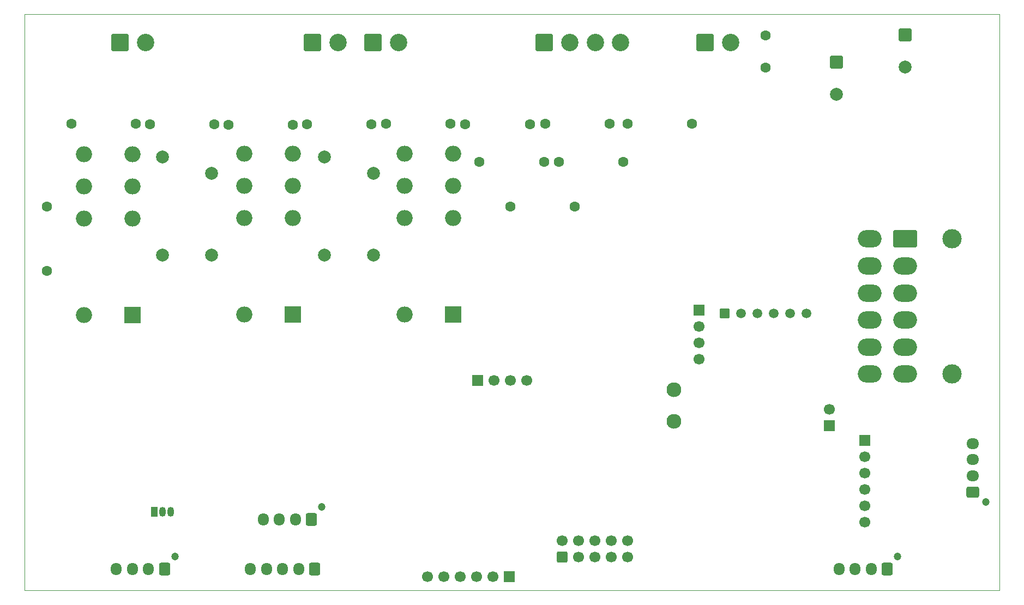
<source format=gbr>
%TF.GenerationSoftware,KiCad,Pcbnew,9.0.2*%
%TF.CreationDate,2025-10-22T08:39:05+07:00*%
%TF.ProjectId,MassageChair_HW_01_update,4d617373-6167-4654-9368-6169725f4857,rev?*%
%TF.SameCoordinates,Original*%
%TF.FileFunction,Soldermask,Bot*%
%TF.FilePolarity,Negative*%
%FSLAX46Y46*%
G04 Gerber Fmt 4.6, Leading zero omitted, Abs format (unit mm)*
G04 Created by KiCad (PCBNEW 9.0.2) date 2025-10-22 08:39:05*
%MOMM*%
%LPD*%
G01*
G04 APERTURE LIST*
G04 Aperture macros list*
%AMRoundRect*
0 Rectangle with rounded corners*
0 $1 Rounding radius*
0 $2 $3 $4 $5 $6 $7 $8 $9 X,Y pos of 4 corners*
0 Add a 4 corners polygon primitive as box body*
4,1,4,$2,$3,$4,$5,$6,$7,$8,$9,$2,$3,0*
0 Add four circle primitives for the rounded corners*
1,1,$1+$1,$2,$3*
1,1,$1+$1,$4,$5*
1,1,$1+$1,$6,$7*
1,1,$1+$1,$8,$9*
0 Add four rect primitives between the rounded corners*
20,1,$1+$1,$2,$3,$4,$5,0*
20,1,$1+$1,$4,$5,$6,$7,0*
20,1,$1+$1,$6,$7,$8,$9,0*
20,1,$1+$1,$8,$9,$2,$3,0*%
G04 Aperture macros list end*
%ADD10R,2.500000X2.500000*%
%ADD11O,2.500000X2.500000*%
%ADD12C,1.600000*%
%ADD13RoundRect,0.250001X-1.099999X-1.099999X1.099999X-1.099999X1.099999X1.099999X-1.099999X1.099999X0*%
%ADD14C,2.700000*%
%ADD15R,1.700000X1.700000*%
%ADD16C,1.700000*%
%ADD17C,2.006600*%
%ADD18RoundRect,0.250000X-0.750000X0.750000X-0.750000X-0.750000X0.750000X-0.750000X0.750000X0.750000X0*%
%ADD19C,2.000000*%
%ADD20C,1.200000*%
%ADD21RoundRect,0.250000X0.600000X0.725000X-0.600000X0.725000X-0.600000X-0.725000X0.600000X-0.725000X0*%
%ADD22O,1.700000X1.950000*%
%ADD23C,3.000000*%
%ADD24RoundRect,0.250001X-1.599999X1.099999X-1.599999X-1.099999X1.599999X-1.099999X1.599999X1.099999X0*%
%ADD25O,3.700000X2.700000*%
%ADD26RoundRect,0.102000X0.654000X-0.654000X0.654000X0.654000X-0.654000X0.654000X-0.654000X-0.654000X0*%
%ADD27C,1.512000*%
%ADD28RoundRect,0.250000X0.725000X-0.600000X0.725000X0.600000X-0.725000X0.600000X-0.725000X-0.600000X0*%
%ADD29O,1.950000X1.700000*%
%ADD30C,2.300000*%
%ADD31R,1.050000X1.500000*%
%ADD32O,1.050000X1.500000*%
%ADD33RoundRect,0.250000X0.600000X-0.600000X0.600000X0.600000X-0.600000X0.600000X-0.600000X-0.600000X0*%
%TA.AperFunction,Profile*%
%ADD34C,0.050000*%
%TD*%
G04 APERTURE END LIST*
D10*
%TO.C,RL3*%
X142387500Y-101737500D03*
D11*
X142387500Y-86737500D03*
X142387500Y-81737500D03*
X142387500Y-76737500D03*
X134887500Y-76737500D03*
X134887500Y-81737500D03*
X134887500Y-86737500D03*
X134887500Y-101737500D03*
%TD*%
D12*
%TO.C,C11*%
X79300000Y-84950000D03*
X79300000Y-94950000D03*
%TD*%
%TO.C,C14*%
X107500000Y-72300000D03*
X117500000Y-72300000D03*
%TD*%
%TO.C,C16*%
X156500000Y-78000000D03*
X146500000Y-78000000D03*
%TD*%
D13*
%TO.C,J3*%
X120542500Y-59450000D03*
D14*
X124502500Y-59450000D03*
%TD*%
D15*
%TO.C,J13*%
X180600000Y-101020000D03*
D16*
X180600000Y-103560000D03*
X180600000Y-106100000D03*
X180600000Y-108640000D03*
%TD*%
D12*
%TO.C,C19*%
X156700000Y-72100000D03*
X166700000Y-72100000D03*
%TD*%
D10*
%TO.C,RL1*%
X92586250Y-101836250D03*
D11*
X92586250Y-86836250D03*
X92586250Y-81836250D03*
X92586250Y-76836250D03*
X85086250Y-76836250D03*
X85086250Y-81836250D03*
X85086250Y-86836250D03*
X85086250Y-101836250D03*
%TD*%
D13*
%TO.C,J2*%
X129940000Y-59500000D03*
D14*
X133900000Y-59500000D03*
%TD*%
D17*
%TO.C,U3*%
X104910000Y-92500000D03*
X104910000Y-79800000D03*
X97290000Y-77260000D03*
X97290000Y-92500000D03*
%TD*%
D18*
%TO.C,C3*%
X201900000Y-62532323D03*
D19*
X201900000Y-67532323D03*
%TD*%
D20*
%TO.C,J9*%
X211400000Y-139300000D03*
D21*
X209800000Y-141300000D03*
D22*
X207300000Y-141300000D03*
X204800000Y-141300000D03*
X202300000Y-141300000D03*
%TD*%
D21*
%TO.C,J11*%
X120900000Y-141300000D03*
D22*
X118400000Y-141300000D03*
X115900000Y-141300000D03*
X113400000Y-141300000D03*
X110900000Y-141300000D03*
%TD*%
D23*
%TO.C,J12*%
X219900000Y-90000000D03*
X219900000Y-111000000D03*
D24*
X212600000Y-90000000D03*
D25*
X212600000Y-94200000D03*
X212600000Y-98400000D03*
X212600000Y-102600000D03*
X212600000Y-106800000D03*
X212600000Y-111000000D03*
X207100000Y-90000000D03*
X207100000Y-94200000D03*
X207100000Y-98400000D03*
X207100000Y-102600000D03*
X207100000Y-106800000D03*
X207100000Y-111000000D03*
%TD*%
D26*
%TO.C,U9*%
X184580000Y-101600000D03*
D27*
X189660000Y-101600000D03*
X194740000Y-101600000D03*
X197280000Y-101600000D03*
X192200000Y-101600000D03*
X187120000Y-101600000D03*
%TD*%
D12*
%TO.C,C22*%
X161300000Y-85000000D03*
X151300000Y-85000000D03*
%TD*%
%TO.C,C21*%
X132000000Y-72100000D03*
X142000000Y-72100000D03*
%TD*%
D13*
%TO.C,J1*%
X181542500Y-59450000D03*
D14*
X185502500Y-59450000D03*
%TD*%
D17*
%TO.C,U5*%
X130020000Y-92500000D03*
X130020000Y-79800000D03*
X122400000Y-77260000D03*
X122400000Y-92500000D03*
%TD*%
D10*
%TO.C,RL2*%
X117487500Y-101737500D03*
D11*
X117487500Y-86737500D03*
X117487500Y-81737500D03*
X117487500Y-76737500D03*
X109987500Y-76737500D03*
X109987500Y-81737500D03*
X109987500Y-86737500D03*
X109987500Y-101737500D03*
%TD*%
D13*
%TO.C,J4*%
X90642500Y-59450000D03*
D14*
X94602500Y-59450000D03*
%TD*%
D20*
%TO.C,J8*%
X99200000Y-139300000D03*
D21*
X97600000Y-141300000D03*
D22*
X95100000Y-141300000D03*
X92600000Y-141300000D03*
X90100000Y-141300000D03*
%TD*%
D12*
%TO.C,C20*%
X179500000Y-72100000D03*
X169500000Y-72100000D03*
%TD*%
%TO.C,C1*%
X190900000Y-58350000D03*
X190900000Y-63350000D03*
%TD*%
D15*
%TO.C,J6*%
X200800000Y-118975000D03*
D16*
X200800000Y-116435000D03*
%TD*%
D13*
%TO.C,J5*%
X156540000Y-59450000D03*
D14*
X160500000Y-59450000D03*
X164460000Y-59450000D03*
X168420000Y-59450000D03*
%TD*%
D20*
%TO.C,J10*%
X225100000Y-130900000D03*
D28*
X223100000Y-129300000D03*
D29*
X223100000Y-126800000D03*
X223100000Y-124300000D03*
X223100000Y-121800000D03*
%TD*%
D30*
%TO.C,Y1*%
X176700000Y-113400000D03*
X176700000Y-118300000D03*
%TD*%
D15*
%TO.C,J14*%
X206300000Y-121280000D03*
D16*
X206300000Y-123820000D03*
X206300000Y-126360000D03*
X206300000Y-128900000D03*
X206300000Y-131440000D03*
X206300000Y-133980000D03*
%TD*%
D12*
%TO.C,C23*%
X154300000Y-72200000D03*
X144300000Y-72200000D03*
%TD*%
D15*
%TO.C,J16*%
X146190000Y-112000000D03*
D16*
X148730000Y-112000000D03*
X151270000Y-112000000D03*
X153810000Y-112000000D03*
%TD*%
D31*
%TO.C,U4*%
X96030000Y-132400000D03*
D32*
X97300000Y-132400000D03*
X98570000Y-132400000D03*
%TD*%
D33*
%TO.C,J15*%
X159320000Y-139440000D03*
D16*
X159320000Y-136900000D03*
X161860000Y-139440000D03*
X161860000Y-136900000D03*
X164400000Y-139440000D03*
X164400000Y-136900000D03*
X166940000Y-139440000D03*
X166940000Y-136900000D03*
X169480000Y-139440000D03*
X169480000Y-136900000D03*
%TD*%
D12*
%TO.C,C10*%
X83100000Y-72100000D03*
X93100000Y-72100000D03*
%TD*%
%TO.C,C12*%
X105300000Y-72200000D03*
X95300000Y-72200000D03*
%TD*%
D18*
%TO.C,C2*%
X212600000Y-58282323D03*
D19*
X212600000Y-63282323D03*
%TD*%
D12*
%TO.C,C18*%
X168800000Y-78000000D03*
X158800000Y-78000000D03*
%TD*%
%TO.C,C17*%
X119700000Y-72200000D03*
X129700000Y-72200000D03*
%TD*%
D15*
%TO.C,J17*%
X151080000Y-142500000D03*
D16*
X148540000Y-142500000D03*
X146000000Y-142500000D03*
X143460000Y-142500000D03*
X140920000Y-142500000D03*
X138380000Y-142500000D03*
%TD*%
D20*
%TO.C,J7*%
X122000000Y-131600000D03*
D21*
X120400000Y-133600000D03*
D22*
X117900000Y-133600000D03*
X115400000Y-133600000D03*
X112900000Y-133600000D03*
%TD*%
D34*
X75850000Y-55100000D02*
X227250000Y-55100000D01*
X227250000Y-144600000D01*
X75850000Y-144600000D01*
X75850000Y-55100000D01*
M02*

</source>
